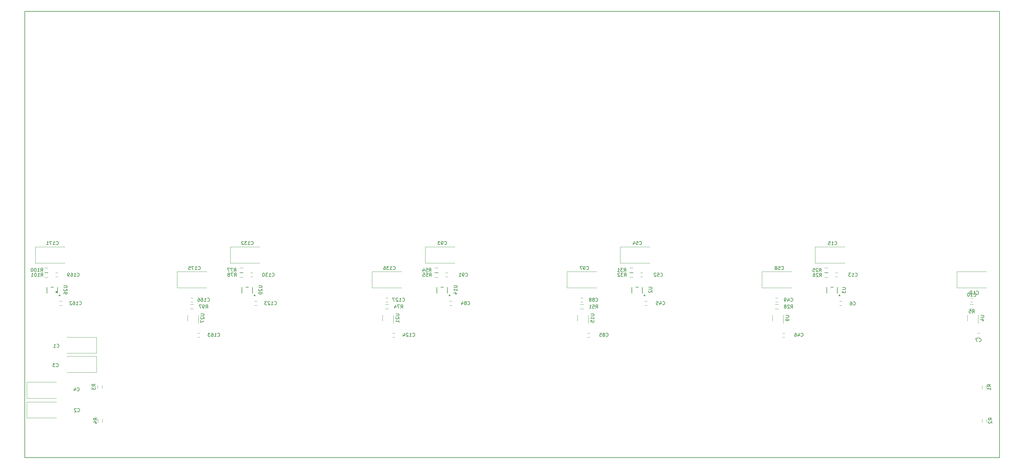
<source format=gbr>
%TF.GenerationSoftware,KiCad,Pcbnew,(5.1.5)-3*%
%TF.CreationDate,2020-04-08T11:38:32+01:00*%
%TF.ProjectId,PLL_v1,504c4c5f-7631-42e6-9b69-6361645f7063,rev?*%
%TF.SameCoordinates,Original*%
%TF.FileFunction,Legend,Bot*%
%TF.FilePolarity,Positive*%
%FSLAX46Y46*%
G04 Gerber Fmt 4.6, Leading zero omitted, Abs format (unit mm)*
G04 Created by KiCad (PCBNEW (5.1.5)-3) date 2020-04-08 11:38:32*
%MOMM*%
%LPD*%
G04 APERTURE LIST*
%ADD10C,0.150000*%
%ADD11C,0.152400*%
%ADD12C,0.120000*%
G04 APERTURE END LIST*
D10*
X345000000Y-169500000D02*
X345000000Y-36500000D01*
X55000000Y-169500000D02*
X345000000Y-169500000D01*
X55000000Y-36500000D02*
X55000000Y-169500000D01*
X345000000Y-36500000D02*
X55000000Y-36500000D01*
D11*
X296760796Y-118679244D02*
X296760796Y-120533244D01*
X294796535Y-118679244D02*
X295571057Y-118679244D01*
X293606796Y-120533244D02*
X293606796Y-118679244D01*
D12*
X76350000Y-133600000D02*
X67550000Y-133600000D01*
X76350000Y-138400000D02*
X67550000Y-138400000D01*
X76350000Y-133600000D02*
X76350000Y-138400000D01*
X55650000Y-157700000D02*
X64450000Y-157700000D01*
X55650000Y-152900000D02*
X64450000Y-152900000D01*
X55650000Y-157700000D02*
X55650000Y-152900000D01*
X76350000Y-139300000D02*
X67550000Y-139300000D01*
X76350000Y-144100000D02*
X67550000Y-144100000D01*
X76350000Y-139300000D02*
X76350000Y-144100000D01*
X55650000Y-151800000D02*
X64450000Y-151800000D01*
X55650000Y-147000000D02*
X64450000Y-147000000D01*
X55650000Y-151800000D02*
X55650000Y-147000000D01*
X298100000Y-122900000D02*
X297400000Y-122900000D01*
X297400000Y-124100000D02*
X298100000Y-124100000D01*
X339100000Y-132400000D02*
X338400000Y-132400000D01*
X338400000Y-133600000D02*
X339100000Y-133600000D01*
X336400000Y-123100000D02*
X337100000Y-123100000D01*
X337100000Y-121900000D02*
X336400000Y-121900000D01*
X296850000Y-114400000D02*
X296150000Y-114400000D01*
X296150000Y-115600000D02*
X296850000Y-115600000D01*
X290158796Y-111506244D02*
X298958796Y-111506244D01*
X290158796Y-106706244D02*
X298958796Y-106706244D01*
X290158796Y-111506244D02*
X290158796Y-106706244D01*
X332350000Y-118900000D02*
X341150000Y-118900000D01*
X332350000Y-114100000D02*
X341150000Y-114100000D01*
X332350000Y-118900000D02*
X332350000Y-114100000D01*
X339820000Y-148000000D02*
X339820000Y-149000000D01*
X341180000Y-149000000D02*
X341180000Y-148000000D01*
X341180000Y-159000000D02*
X341180000Y-158000000D01*
X339820000Y-158000000D02*
X339820000Y-159000000D01*
X76720000Y-147900000D02*
X76720000Y-148900000D01*
X78080000Y-148900000D02*
X78080000Y-147900000D01*
X78180000Y-159000000D02*
X78180000Y-158000000D01*
X76820000Y-158000000D02*
X76820000Y-159000000D01*
X337250000Y-123820000D02*
X336250000Y-123820000D01*
X336250000Y-125180000D02*
X337250000Y-125180000D01*
X335440000Y-128800000D02*
X335440000Y-127000000D01*
X338660000Y-127000000D02*
X338660000Y-129450000D01*
X292933796Y-115786244D02*
X293933796Y-115786244D01*
X293933796Y-114426244D02*
X292933796Y-114426244D01*
X293933796Y-112926244D02*
X292933796Y-112926244D01*
X292933796Y-114286244D02*
X293933796Y-114286244D01*
X240100000Y-122900000D02*
X239400000Y-122900000D01*
X239400000Y-124100000D02*
X240100000Y-124100000D01*
X281100000Y-132400000D02*
X280400000Y-132400000D01*
X280400000Y-133600000D02*
X281100000Y-133600000D01*
X278400000Y-123100000D02*
X279100000Y-123100000D01*
X279100000Y-121900000D02*
X278400000Y-121900000D01*
X238850000Y-114400000D02*
X238150000Y-114400000D01*
X238150000Y-115600000D02*
X238850000Y-115600000D01*
X232158796Y-111506244D02*
X240958796Y-111506244D01*
X232158796Y-106706244D02*
X240958796Y-106706244D01*
X232158796Y-111506244D02*
X232158796Y-106706244D01*
X274350000Y-118900000D02*
X283150000Y-118900000D01*
X274350000Y-114100000D02*
X283150000Y-114100000D01*
X274350000Y-118900000D02*
X274350000Y-114100000D01*
X279250000Y-123820000D02*
X278250000Y-123820000D01*
X278250000Y-125180000D02*
X279250000Y-125180000D01*
X234933796Y-115786244D02*
X235933796Y-115786244D01*
X235933796Y-114426244D02*
X234933796Y-114426244D01*
X235933796Y-112926244D02*
X234933796Y-112926244D01*
X234933796Y-114286244D02*
X235933796Y-114286244D01*
D11*
X238760796Y-118679244D02*
X238760796Y-120533244D01*
X236796535Y-118679244D02*
X237571057Y-118679244D01*
X235606796Y-120533244D02*
X235606796Y-118679244D01*
D12*
X277440000Y-128800000D02*
X277440000Y-127000000D01*
X280660000Y-127000000D02*
X280660000Y-129450000D01*
X182100000Y-122900000D02*
X181400000Y-122900000D01*
X181400000Y-124100000D02*
X182100000Y-124100000D01*
X223100000Y-132400000D02*
X222400000Y-132400000D01*
X222400000Y-133600000D02*
X223100000Y-133600000D01*
X220400000Y-123100000D02*
X221100000Y-123100000D01*
X221100000Y-121900000D02*
X220400000Y-121900000D01*
X180850000Y-114400000D02*
X180150000Y-114400000D01*
X180150000Y-115600000D02*
X180850000Y-115600000D01*
X174158796Y-111506244D02*
X182958796Y-111506244D01*
X174158796Y-106706244D02*
X182958796Y-106706244D01*
X174158796Y-111506244D02*
X174158796Y-106706244D01*
X216350000Y-118900000D02*
X225150000Y-118900000D01*
X216350000Y-114100000D02*
X225150000Y-114100000D01*
X216350000Y-118900000D02*
X216350000Y-114100000D01*
X124100000Y-122900000D02*
X123400000Y-122900000D01*
X123400000Y-124100000D02*
X124100000Y-124100000D01*
X165100000Y-132400000D02*
X164400000Y-132400000D01*
X164400000Y-133600000D02*
X165100000Y-133600000D01*
X162400000Y-123100000D02*
X163100000Y-123100000D01*
X163100000Y-121900000D02*
X162400000Y-121900000D01*
X122850000Y-114400000D02*
X122150000Y-114400000D01*
X122150000Y-115600000D02*
X122850000Y-115600000D01*
X116158796Y-111506244D02*
X124958796Y-111506244D01*
X116158796Y-106706244D02*
X124958796Y-106706244D01*
X116158796Y-111506244D02*
X116158796Y-106706244D01*
X158350000Y-118900000D02*
X167150000Y-118900000D01*
X158350000Y-114100000D02*
X167150000Y-114100000D01*
X158350000Y-118900000D02*
X158350000Y-114100000D01*
X66100000Y-122900000D02*
X65400000Y-122900000D01*
X65400000Y-124100000D02*
X66100000Y-124100000D01*
X107100000Y-132400000D02*
X106400000Y-132400000D01*
X106400000Y-133600000D02*
X107100000Y-133600000D01*
X104400000Y-123100000D02*
X105100000Y-123100000D01*
X105100000Y-121900000D02*
X104400000Y-121900000D01*
X64850000Y-114400000D02*
X64150000Y-114400000D01*
X64150000Y-115600000D02*
X64850000Y-115600000D01*
X58158796Y-111506244D02*
X66958796Y-111506244D01*
X58158796Y-106706244D02*
X66958796Y-106706244D01*
X58158796Y-111506244D02*
X58158796Y-106706244D01*
X100350000Y-118900000D02*
X109150000Y-118900000D01*
X100350000Y-114100000D02*
X109150000Y-114100000D01*
X100350000Y-118900000D02*
X100350000Y-114100000D01*
X221250000Y-123820000D02*
X220250000Y-123820000D01*
X220250000Y-125180000D02*
X221250000Y-125180000D01*
X176933796Y-115786244D02*
X177933796Y-115786244D01*
X177933796Y-114426244D02*
X176933796Y-114426244D01*
X177933796Y-112926244D02*
X176933796Y-112926244D01*
X176933796Y-114286244D02*
X177933796Y-114286244D01*
X163250000Y-123820000D02*
X162250000Y-123820000D01*
X162250000Y-125180000D02*
X163250000Y-125180000D01*
X118933796Y-115786244D02*
X119933796Y-115786244D01*
X119933796Y-114426244D02*
X118933796Y-114426244D01*
X119933796Y-112926244D02*
X118933796Y-112926244D01*
X118933796Y-114286244D02*
X119933796Y-114286244D01*
X105250000Y-123820000D02*
X104250000Y-123820000D01*
X104250000Y-125180000D02*
X105250000Y-125180000D01*
X60933796Y-115786244D02*
X61933796Y-115786244D01*
X61933796Y-114426244D02*
X60933796Y-114426244D01*
X61933796Y-112926244D02*
X60933796Y-112926244D01*
X60933796Y-114286244D02*
X61933796Y-114286244D01*
D11*
X180760796Y-118679244D02*
X180760796Y-120533244D01*
X178796535Y-118679244D02*
X179571057Y-118679244D01*
X177606796Y-120533244D02*
X177606796Y-118679244D01*
D12*
X219440000Y-128800000D02*
X219440000Y-127000000D01*
X222660000Y-127000000D02*
X222660000Y-129450000D01*
D11*
X122760796Y-118679244D02*
X122760796Y-120533244D01*
X120796535Y-118679244D02*
X121571057Y-118679244D01*
X119606796Y-120533244D02*
X119606796Y-118679244D01*
D12*
X161440000Y-128800000D02*
X161440000Y-127000000D01*
X164660000Y-127000000D02*
X164660000Y-129450000D01*
D11*
X64760796Y-118679244D02*
X64760796Y-120533244D01*
X62796535Y-118679244D02*
X63571057Y-118679244D01*
X61606796Y-120533244D02*
X61606796Y-118679244D01*
D12*
X103440000Y-128800000D02*
X103440000Y-127000000D01*
X106660000Y-127000000D02*
X106660000Y-129450000D01*
D10*
X298252380Y-118838095D02*
X299061904Y-118838095D01*
X299157142Y-118885714D01*
X299204761Y-118933333D01*
X299252380Y-119028571D01*
X299252380Y-119219047D01*
X299204761Y-119314285D01*
X299157142Y-119361904D01*
X299061904Y-119409523D01*
X298252380Y-119409523D01*
X298252380Y-119790476D02*
X298252380Y-120409523D01*
X298633333Y-120076190D01*
X298633333Y-120219047D01*
X298680952Y-120314285D01*
X298728571Y-120361904D01*
X298823809Y-120409523D01*
X299061904Y-120409523D01*
X299157142Y-120361904D01*
X299204761Y-120314285D01*
X299252380Y-120219047D01*
X299252380Y-119933333D01*
X299204761Y-119838095D01*
X299157142Y-119790476D01*
X297189176Y-121135244D02*
X297427272Y-121135244D01*
X297332034Y-120897148D02*
X297427272Y-121135244D01*
X297332034Y-121373339D01*
X297617748Y-120992386D02*
X297427272Y-121135244D01*
X297617748Y-121278101D01*
X297189176Y-121135244D02*
X297427272Y-121135244D01*
X297332034Y-120897148D02*
X297427272Y-121135244D01*
X297332034Y-121373339D01*
X297617748Y-120992386D02*
X297427272Y-121135244D01*
X297617748Y-121278101D01*
X64566666Y-136557142D02*
X64614285Y-136604761D01*
X64757142Y-136652380D01*
X64852380Y-136652380D01*
X64995238Y-136604761D01*
X65090476Y-136509523D01*
X65138095Y-136414285D01*
X65185714Y-136223809D01*
X65185714Y-136080952D01*
X65138095Y-135890476D01*
X65090476Y-135795238D01*
X64995238Y-135700000D01*
X64852380Y-135652380D01*
X64757142Y-135652380D01*
X64614285Y-135700000D01*
X64566666Y-135747619D01*
X63614285Y-136652380D02*
X64185714Y-136652380D01*
X63900000Y-136652380D02*
X63900000Y-135652380D01*
X63995238Y-135795238D01*
X64090476Y-135890476D01*
X64185714Y-135938095D01*
X70716666Y-155757142D02*
X70764285Y-155804761D01*
X70907142Y-155852380D01*
X71002380Y-155852380D01*
X71145238Y-155804761D01*
X71240476Y-155709523D01*
X71288095Y-155614285D01*
X71335714Y-155423809D01*
X71335714Y-155280952D01*
X71288095Y-155090476D01*
X71240476Y-154995238D01*
X71145238Y-154900000D01*
X71002380Y-154852380D01*
X70907142Y-154852380D01*
X70764285Y-154900000D01*
X70716666Y-154947619D01*
X70335714Y-154947619D02*
X70288095Y-154900000D01*
X70192857Y-154852380D01*
X69954761Y-154852380D01*
X69859523Y-154900000D01*
X69811904Y-154947619D01*
X69764285Y-155042857D01*
X69764285Y-155138095D01*
X69811904Y-155280952D01*
X70383333Y-155852380D01*
X69764285Y-155852380D01*
X64366666Y-142357142D02*
X64414285Y-142404761D01*
X64557142Y-142452380D01*
X64652380Y-142452380D01*
X64795238Y-142404761D01*
X64890476Y-142309523D01*
X64938095Y-142214285D01*
X64985714Y-142023809D01*
X64985714Y-141880952D01*
X64938095Y-141690476D01*
X64890476Y-141595238D01*
X64795238Y-141500000D01*
X64652380Y-141452380D01*
X64557142Y-141452380D01*
X64414285Y-141500000D01*
X64366666Y-141547619D01*
X64033333Y-141452380D02*
X63414285Y-141452380D01*
X63747619Y-141833333D01*
X63604761Y-141833333D01*
X63509523Y-141880952D01*
X63461904Y-141928571D01*
X63414285Y-142023809D01*
X63414285Y-142261904D01*
X63461904Y-142357142D01*
X63509523Y-142404761D01*
X63604761Y-142452380D01*
X63890476Y-142452380D01*
X63985714Y-142404761D01*
X64033333Y-142357142D01*
X70616666Y-149557142D02*
X70664285Y-149604761D01*
X70807142Y-149652380D01*
X70902380Y-149652380D01*
X71045238Y-149604761D01*
X71140476Y-149509523D01*
X71188095Y-149414285D01*
X71235714Y-149223809D01*
X71235714Y-149080952D01*
X71188095Y-148890476D01*
X71140476Y-148795238D01*
X71045238Y-148700000D01*
X70902380Y-148652380D01*
X70807142Y-148652380D01*
X70664285Y-148700000D01*
X70616666Y-148747619D01*
X69759523Y-148985714D02*
X69759523Y-149652380D01*
X69997619Y-148604761D02*
X70235714Y-149319047D01*
X69616666Y-149319047D01*
X301516666Y-123957142D02*
X301564285Y-124004761D01*
X301707142Y-124052380D01*
X301802380Y-124052380D01*
X301945238Y-124004761D01*
X302040476Y-123909523D01*
X302088095Y-123814285D01*
X302135714Y-123623809D01*
X302135714Y-123480952D01*
X302088095Y-123290476D01*
X302040476Y-123195238D01*
X301945238Y-123100000D01*
X301802380Y-123052380D01*
X301707142Y-123052380D01*
X301564285Y-123100000D01*
X301516666Y-123147619D01*
X300659523Y-123052380D02*
X300850000Y-123052380D01*
X300945238Y-123100000D01*
X300992857Y-123147619D01*
X301088095Y-123290476D01*
X301135714Y-123480952D01*
X301135714Y-123861904D01*
X301088095Y-123957142D01*
X301040476Y-124004761D01*
X300945238Y-124052380D01*
X300754761Y-124052380D01*
X300659523Y-124004761D01*
X300611904Y-123957142D01*
X300564285Y-123861904D01*
X300564285Y-123623809D01*
X300611904Y-123528571D01*
X300659523Y-123480952D01*
X300754761Y-123433333D01*
X300945238Y-123433333D01*
X301040476Y-123480952D01*
X301088095Y-123528571D01*
X301135714Y-123623809D01*
X338916666Y-134857142D02*
X338964285Y-134904761D01*
X339107142Y-134952380D01*
X339202380Y-134952380D01*
X339345238Y-134904761D01*
X339440476Y-134809523D01*
X339488095Y-134714285D01*
X339535714Y-134523809D01*
X339535714Y-134380952D01*
X339488095Y-134190476D01*
X339440476Y-134095238D01*
X339345238Y-134000000D01*
X339202380Y-133952380D01*
X339107142Y-133952380D01*
X338964285Y-134000000D01*
X338916666Y-134047619D01*
X338583333Y-133952380D02*
X337916666Y-133952380D01*
X338345238Y-134952380D01*
X337392857Y-121357142D02*
X337440476Y-121404761D01*
X337583333Y-121452380D01*
X337678571Y-121452380D01*
X337821428Y-121404761D01*
X337916666Y-121309523D01*
X337964285Y-121214285D01*
X338011904Y-121023809D01*
X338011904Y-120880952D01*
X337964285Y-120690476D01*
X337916666Y-120595238D01*
X337821428Y-120500000D01*
X337678571Y-120452380D01*
X337583333Y-120452380D01*
X337440476Y-120500000D01*
X337392857Y-120547619D01*
X336440476Y-121452380D02*
X337011904Y-121452380D01*
X336726190Y-121452380D02*
X336726190Y-120452380D01*
X336821428Y-120595238D01*
X336916666Y-120690476D01*
X337011904Y-120738095D01*
X335821428Y-120452380D02*
X335726190Y-120452380D01*
X335630952Y-120500000D01*
X335583333Y-120547619D01*
X335535714Y-120642857D01*
X335488095Y-120833333D01*
X335488095Y-121071428D01*
X335535714Y-121261904D01*
X335583333Y-121357142D01*
X335630952Y-121404761D01*
X335726190Y-121452380D01*
X335821428Y-121452380D01*
X335916666Y-121404761D01*
X335964285Y-121357142D01*
X336011904Y-121261904D01*
X336059523Y-121071428D01*
X336059523Y-120833333D01*
X336011904Y-120642857D01*
X335964285Y-120547619D01*
X335916666Y-120500000D01*
X335821428Y-120452380D01*
X302092857Y-115407142D02*
X302140476Y-115454761D01*
X302283333Y-115502380D01*
X302378571Y-115502380D01*
X302521428Y-115454761D01*
X302616666Y-115359523D01*
X302664285Y-115264285D01*
X302711904Y-115073809D01*
X302711904Y-114930952D01*
X302664285Y-114740476D01*
X302616666Y-114645238D01*
X302521428Y-114550000D01*
X302378571Y-114502380D01*
X302283333Y-114502380D01*
X302140476Y-114550000D01*
X302092857Y-114597619D01*
X301140476Y-115502380D02*
X301711904Y-115502380D01*
X301426190Y-115502380D02*
X301426190Y-114502380D01*
X301521428Y-114645238D01*
X301616666Y-114740476D01*
X301711904Y-114788095D01*
X300807142Y-114502380D02*
X300188095Y-114502380D01*
X300521428Y-114883333D01*
X300378571Y-114883333D01*
X300283333Y-114930952D01*
X300235714Y-114978571D01*
X300188095Y-115073809D01*
X300188095Y-115311904D01*
X300235714Y-115407142D01*
X300283333Y-115454761D01*
X300378571Y-115502380D01*
X300664285Y-115502380D01*
X300759523Y-115454761D01*
X300807142Y-115407142D01*
X295992857Y-106007142D02*
X296040476Y-106054761D01*
X296183333Y-106102380D01*
X296278571Y-106102380D01*
X296421428Y-106054761D01*
X296516666Y-105959523D01*
X296564285Y-105864285D01*
X296611904Y-105673809D01*
X296611904Y-105530952D01*
X296564285Y-105340476D01*
X296516666Y-105245238D01*
X296421428Y-105150000D01*
X296278571Y-105102380D01*
X296183333Y-105102380D01*
X296040476Y-105150000D01*
X295992857Y-105197619D01*
X295040476Y-106102380D02*
X295611904Y-106102380D01*
X295326190Y-106102380D02*
X295326190Y-105102380D01*
X295421428Y-105245238D01*
X295516666Y-105340476D01*
X295611904Y-105388095D01*
X294135714Y-105102380D02*
X294611904Y-105102380D01*
X294659523Y-105578571D01*
X294611904Y-105530952D01*
X294516666Y-105483333D01*
X294278571Y-105483333D01*
X294183333Y-105530952D01*
X294135714Y-105578571D01*
X294088095Y-105673809D01*
X294088095Y-105911904D01*
X294135714Y-106007142D01*
X294183333Y-106054761D01*
X294278571Y-106102380D01*
X294516666Y-106102380D01*
X294611904Y-106054761D01*
X294659523Y-106007142D01*
X338142857Y-120757142D02*
X338190476Y-120804761D01*
X338333333Y-120852380D01*
X338428571Y-120852380D01*
X338571428Y-120804761D01*
X338666666Y-120709523D01*
X338714285Y-120614285D01*
X338761904Y-120423809D01*
X338761904Y-120280952D01*
X338714285Y-120090476D01*
X338666666Y-119995238D01*
X338571428Y-119900000D01*
X338428571Y-119852380D01*
X338333333Y-119852380D01*
X338190476Y-119900000D01*
X338142857Y-119947619D01*
X337190476Y-120852380D02*
X337761904Y-120852380D01*
X337476190Y-120852380D02*
X337476190Y-119852380D01*
X337571428Y-119995238D01*
X337666666Y-120090476D01*
X337761904Y-120138095D01*
X336714285Y-120852380D02*
X336523809Y-120852380D01*
X336428571Y-120804761D01*
X336380952Y-120757142D01*
X336285714Y-120614285D01*
X336238095Y-120423809D01*
X336238095Y-120042857D01*
X336285714Y-119947619D01*
X336333333Y-119900000D01*
X336428571Y-119852380D01*
X336619047Y-119852380D01*
X336714285Y-119900000D01*
X336761904Y-119947619D01*
X336809523Y-120042857D01*
X336809523Y-120280952D01*
X336761904Y-120376190D01*
X336714285Y-120423809D01*
X336619047Y-120471428D01*
X336428571Y-120471428D01*
X336333333Y-120423809D01*
X336285714Y-120376190D01*
X336238095Y-120280952D01*
X342402380Y-148333333D02*
X341926190Y-148000000D01*
X342402380Y-147761904D02*
X341402380Y-147761904D01*
X341402380Y-148142857D01*
X341450000Y-148238095D01*
X341497619Y-148285714D01*
X341592857Y-148333333D01*
X341735714Y-148333333D01*
X341830952Y-148285714D01*
X341878571Y-148238095D01*
X341926190Y-148142857D01*
X341926190Y-147761904D01*
X342402380Y-149285714D02*
X342402380Y-148714285D01*
X342402380Y-149000000D02*
X341402380Y-149000000D01*
X341545238Y-148904761D01*
X341640476Y-148809523D01*
X341688095Y-148714285D01*
X342752380Y-158333333D02*
X342276190Y-158000000D01*
X342752380Y-157761904D02*
X341752380Y-157761904D01*
X341752380Y-158142857D01*
X341800000Y-158238095D01*
X341847619Y-158285714D01*
X341942857Y-158333333D01*
X342085714Y-158333333D01*
X342180952Y-158285714D01*
X342228571Y-158238095D01*
X342276190Y-158142857D01*
X342276190Y-157761904D01*
X341847619Y-158714285D02*
X341800000Y-158761904D01*
X341752380Y-158857142D01*
X341752380Y-159095238D01*
X341800000Y-159190476D01*
X341847619Y-159238095D01*
X341942857Y-159285714D01*
X342038095Y-159285714D01*
X342180952Y-159238095D01*
X342752380Y-158666666D01*
X342752380Y-159285714D01*
X76052380Y-148233333D02*
X75576190Y-147900000D01*
X76052380Y-147661904D02*
X75052380Y-147661904D01*
X75052380Y-148042857D01*
X75100000Y-148138095D01*
X75147619Y-148185714D01*
X75242857Y-148233333D01*
X75385714Y-148233333D01*
X75480952Y-148185714D01*
X75528571Y-148138095D01*
X75576190Y-148042857D01*
X75576190Y-147661904D01*
X75052380Y-148566666D02*
X75052380Y-149185714D01*
X75433333Y-148852380D01*
X75433333Y-148995238D01*
X75480952Y-149090476D01*
X75528571Y-149138095D01*
X75623809Y-149185714D01*
X75861904Y-149185714D01*
X75957142Y-149138095D01*
X76004761Y-149090476D01*
X76052380Y-148995238D01*
X76052380Y-148709523D01*
X76004761Y-148614285D01*
X75957142Y-148566666D01*
X76502380Y-158333333D02*
X76026190Y-158000000D01*
X76502380Y-157761904D02*
X75502380Y-157761904D01*
X75502380Y-158142857D01*
X75550000Y-158238095D01*
X75597619Y-158285714D01*
X75692857Y-158333333D01*
X75835714Y-158333333D01*
X75930952Y-158285714D01*
X75978571Y-158238095D01*
X76026190Y-158142857D01*
X76026190Y-157761904D01*
X75835714Y-159190476D02*
X76502380Y-159190476D01*
X75454761Y-158952380D02*
X76169047Y-158714285D01*
X76169047Y-159333333D01*
X336916666Y-126402380D02*
X337250000Y-125926190D01*
X337488095Y-126402380D02*
X337488095Y-125402380D01*
X337107142Y-125402380D01*
X337011904Y-125450000D01*
X336964285Y-125497619D01*
X336916666Y-125592857D01*
X336916666Y-125735714D01*
X336964285Y-125830952D01*
X337011904Y-125878571D01*
X337107142Y-125926190D01*
X337488095Y-125926190D01*
X336011904Y-125402380D02*
X336488095Y-125402380D01*
X336535714Y-125878571D01*
X336488095Y-125830952D01*
X336392857Y-125783333D01*
X336154761Y-125783333D01*
X336059523Y-125830952D01*
X336011904Y-125878571D01*
X335964285Y-125973809D01*
X335964285Y-126211904D01*
X336011904Y-126307142D01*
X336059523Y-126354761D01*
X336154761Y-126402380D01*
X336392857Y-126402380D01*
X336488095Y-126354761D01*
X336535714Y-126307142D01*
X339402380Y-127138095D02*
X340211904Y-127138095D01*
X340307142Y-127185714D01*
X340354761Y-127233333D01*
X340402380Y-127328571D01*
X340402380Y-127519047D01*
X340354761Y-127614285D01*
X340307142Y-127661904D01*
X340211904Y-127709523D01*
X339402380Y-127709523D01*
X339735714Y-128614285D02*
X340402380Y-128614285D01*
X339354761Y-128376190D02*
X340069047Y-128138095D01*
X340069047Y-128757142D01*
X291342857Y-114102380D02*
X291676190Y-113626190D01*
X291914285Y-114102380D02*
X291914285Y-113102380D01*
X291533333Y-113102380D01*
X291438095Y-113150000D01*
X291390476Y-113197619D01*
X291342857Y-113292857D01*
X291342857Y-113435714D01*
X291390476Y-113530952D01*
X291438095Y-113578571D01*
X291533333Y-113626190D01*
X291914285Y-113626190D01*
X290961904Y-113197619D02*
X290914285Y-113150000D01*
X290819047Y-113102380D01*
X290580952Y-113102380D01*
X290485714Y-113150000D01*
X290438095Y-113197619D01*
X290390476Y-113292857D01*
X290390476Y-113388095D01*
X290438095Y-113530952D01*
X291009523Y-114102380D01*
X290390476Y-114102380D01*
X289485714Y-113102380D02*
X289961904Y-113102380D01*
X290009523Y-113578571D01*
X289961904Y-113530952D01*
X289866666Y-113483333D01*
X289628571Y-113483333D01*
X289533333Y-113530952D01*
X289485714Y-113578571D01*
X289438095Y-113673809D01*
X289438095Y-113911904D01*
X289485714Y-114007142D01*
X289533333Y-114054761D01*
X289628571Y-114102380D01*
X289866666Y-114102380D01*
X289961904Y-114054761D01*
X290009523Y-114007142D01*
X291442857Y-115552380D02*
X291776190Y-115076190D01*
X292014285Y-115552380D02*
X292014285Y-114552380D01*
X291633333Y-114552380D01*
X291538095Y-114600000D01*
X291490476Y-114647619D01*
X291442857Y-114742857D01*
X291442857Y-114885714D01*
X291490476Y-114980952D01*
X291538095Y-115028571D01*
X291633333Y-115076190D01*
X292014285Y-115076190D01*
X291061904Y-114647619D02*
X291014285Y-114600000D01*
X290919047Y-114552380D01*
X290680952Y-114552380D01*
X290585714Y-114600000D01*
X290538095Y-114647619D01*
X290490476Y-114742857D01*
X290490476Y-114838095D01*
X290538095Y-114980952D01*
X291109523Y-115552380D01*
X290490476Y-115552380D01*
X289633333Y-114552380D02*
X289823809Y-114552380D01*
X289919047Y-114600000D01*
X289966666Y-114647619D01*
X290061904Y-114790476D01*
X290109523Y-114980952D01*
X290109523Y-115361904D01*
X290061904Y-115457142D01*
X290014285Y-115504761D01*
X289919047Y-115552380D01*
X289728571Y-115552380D01*
X289633333Y-115504761D01*
X289585714Y-115457142D01*
X289538095Y-115361904D01*
X289538095Y-115123809D01*
X289585714Y-115028571D01*
X289633333Y-114980952D01*
X289728571Y-114933333D01*
X289919047Y-114933333D01*
X290014285Y-114980952D01*
X290061904Y-115028571D01*
X290109523Y-115123809D01*
X244792857Y-123857142D02*
X244840476Y-123904761D01*
X244983333Y-123952380D01*
X245078571Y-123952380D01*
X245221428Y-123904761D01*
X245316666Y-123809523D01*
X245364285Y-123714285D01*
X245411904Y-123523809D01*
X245411904Y-123380952D01*
X245364285Y-123190476D01*
X245316666Y-123095238D01*
X245221428Y-123000000D01*
X245078571Y-122952380D01*
X244983333Y-122952380D01*
X244840476Y-123000000D01*
X244792857Y-123047619D01*
X243935714Y-123285714D02*
X243935714Y-123952380D01*
X244173809Y-122904761D02*
X244411904Y-123619047D01*
X243792857Y-123619047D01*
X242935714Y-122952380D02*
X243411904Y-122952380D01*
X243459523Y-123428571D01*
X243411904Y-123380952D01*
X243316666Y-123333333D01*
X243078571Y-123333333D01*
X242983333Y-123380952D01*
X242935714Y-123428571D01*
X242888095Y-123523809D01*
X242888095Y-123761904D01*
X242935714Y-123857142D01*
X242983333Y-123904761D01*
X243078571Y-123952380D01*
X243316666Y-123952380D01*
X243411904Y-123904761D01*
X243459523Y-123857142D01*
X285942857Y-133307142D02*
X285990476Y-133354761D01*
X286133333Y-133402380D01*
X286228571Y-133402380D01*
X286371428Y-133354761D01*
X286466666Y-133259523D01*
X286514285Y-133164285D01*
X286561904Y-132973809D01*
X286561904Y-132830952D01*
X286514285Y-132640476D01*
X286466666Y-132545238D01*
X286371428Y-132450000D01*
X286228571Y-132402380D01*
X286133333Y-132402380D01*
X285990476Y-132450000D01*
X285942857Y-132497619D01*
X285085714Y-132735714D02*
X285085714Y-133402380D01*
X285323809Y-132354761D02*
X285561904Y-133069047D01*
X284942857Y-133069047D01*
X284133333Y-132402380D02*
X284323809Y-132402380D01*
X284419047Y-132450000D01*
X284466666Y-132497619D01*
X284561904Y-132640476D01*
X284609523Y-132830952D01*
X284609523Y-133211904D01*
X284561904Y-133307142D01*
X284514285Y-133354761D01*
X284419047Y-133402380D01*
X284228571Y-133402380D01*
X284133333Y-133354761D01*
X284085714Y-133307142D01*
X284038095Y-133211904D01*
X284038095Y-132973809D01*
X284085714Y-132878571D01*
X284133333Y-132830952D01*
X284228571Y-132783333D01*
X284419047Y-132783333D01*
X284514285Y-132830952D01*
X284561904Y-132878571D01*
X284609523Y-132973809D01*
X282892857Y-122857142D02*
X282940476Y-122904761D01*
X283083333Y-122952380D01*
X283178571Y-122952380D01*
X283321428Y-122904761D01*
X283416666Y-122809523D01*
X283464285Y-122714285D01*
X283511904Y-122523809D01*
X283511904Y-122380952D01*
X283464285Y-122190476D01*
X283416666Y-122095238D01*
X283321428Y-122000000D01*
X283178571Y-121952380D01*
X283083333Y-121952380D01*
X282940476Y-122000000D01*
X282892857Y-122047619D01*
X282035714Y-122285714D02*
X282035714Y-122952380D01*
X282273809Y-121904761D02*
X282511904Y-122619047D01*
X281892857Y-122619047D01*
X281464285Y-122952380D02*
X281273809Y-122952380D01*
X281178571Y-122904761D01*
X281130952Y-122857142D01*
X281035714Y-122714285D01*
X280988095Y-122523809D01*
X280988095Y-122142857D01*
X281035714Y-122047619D01*
X281083333Y-122000000D01*
X281178571Y-121952380D01*
X281369047Y-121952380D01*
X281464285Y-122000000D01*
X281511904Y-122047619D01*
X281559523Y-122142857D01*
X281559523Y-122380952D01*
X281511904Y-122476190D01*
X281464285Y-122523809D01*
X281369047Y-122571428D01*
X281178571Y-122571428D01*
X281083333Y-122523809D01*
X281035714Y-122476190D01*
X280988095Y-122380952D01*
X244142857Y-115407142D02*
X244190476Y-115454761D01*
X244333333Y-115502380D01*
X244428571Y-115502380D01*
X244571428Y-115454761D01*
X244666666Y-115359523D01*
X244714285Y-115264285D01*
X244761904Y-115073809D01*
X244761904Y-114930952D01*
X244714285Y-114740476D01*
X244666666Y-114645238D01*
X244571428Y-114550000D01*
X244428571Y-114502380D01*
X244333333Y-114502380D01*
X244190476Y-114550000D01*
X244142857Y-114597619D01*
X243238095Y-114502380D02*
X243714285Y-114502380D01*
X243761904Y-114978571D01*
X243714285Y-114930952D01*
X243619047Y-114883333D01*
X243380952Y-114883333D01*
X243285714Y-114930952D01*
X243238095Y-114978571D01*
X243190476Y-115073809D01*
X243190476Y-115311904D01*
X243238095Y-115407142D01*
X243285714Y-115454761D01*
X243380952Y-115502380D01*
X243619047Y-115502380D01*
X243714285Y-115454761D01*
X243761904Y-115407142D01*
X242809523Y-114597619D02*
X242761904Y-114550000D01*
X242666666Y-114502380D01*
X242428571Y-114502380D01*
X242333333Y-114550000D01*
X242285714Y-114597619D01*
X242238095Y-114692857D01*
X242238095Y-114788095D01*
X242285714Y-114930952D01*
X242857142Y-115502380D01*
X242238095Y-115502380D01*
X237892857Y-105957142D02*
X237940476Y-106004761D01*
X238083333Y-106052380D01*
X238178571Y-106052380D01*
X238321428Y-106004761D01*
X238416666Y-105909523D01*
X238464285Y-105814285D01*
X238511904Y-105623809D01*
X238511904Y-105480952D01*
X238464285Y-105290476D01*
X238416666Y-105195238D01*
X238321428Y-105100000D01*
X238178571Y-105052380D01*
X238083333Y-105052380D01*
X237940476Y-105100000D01*
X237892857Y-105147619D01*
X236988095Y-105052380D02*
X237464285Y-105052380D01*
X237511904Y-105528571D01*
X237464285Y-105480952D01*
X237369047Y-105433333D01*
X237130952Y-105433333D01*
X237035714Y-105480952D01*
X236988095Y-105528571D01*
X236940476Y-105623809D01*
X236940476Y-105861904D01*
X236988095Y-105957142D01*
X237035714Y-106004761D01*
X237130952Y-106052380D01*
X237369047Y-106052380D01*
X237464285Y-106004761D01*
X237511904Y-105957142D01*
X236083333Y-105385714D02*
X236083333Y-106052380D01*
X236321428Y-105004761D02*
X236559523Y-105719047D01*
X235940476Y-105719047D01*
X280142857Y-113407142D02*
X280190476Y-113454761D01*
X280333333Y-113502380D01*
X280428571Y-113502380D01*
X280571428Y-113454761D01*
X280666666Y-113359523D01*
X280714285Y-113264285D01*
X280761904Y-113073809D01*
X280761904Y-112930952D01*
X280714285Y-112740476D01*
X280666666Y-112645238D01*
X280571428Y-112550000D01*
X280428571Y-112502380D01*
X280333333Y-112502380D01*
X280190476Y-112550000D01*
X280142857Y-112597619D01*
X279238095Y-112502380D02*
X279714285Y-112502380D01*
X279761904Y-112978571D01*
X279714285Y-112930952D01*
X279619047Y-112883333D01*
X279380952Y-112883333D01*
X279285714Y-112930952D01*
X279238095Y-112978571D01*
X279190476Y-113073809D01*
X279190476Y-113311904D01*
X279238095Y-113407142D01*
X279285714Y-113454761D01*
X279380952Y-113502380D01*
X279619047Y-113502380D01*
X279714285Y-113454761D01*
X279761904Y-113407142D01*
X278619047Y-112930952D02*
X278714285Y-112883333D01*
X278761904Y-112835714D01*
X278809523Y-112740476D01*
X278809523Y-112692857D01*
X278761904Y-112597619D01*
X278714285Y-112550000D01*
X278619047Y-112502380D01*
X278428571Y-112502380D01*
X278333333Y-112550000D01*
X278285714Y-112597619D01*
X278238095Y-112692857D01*
X278238095Y-112740476D01*
X278285714Y-112835714D01*
X278333333Y-112883333D01*
X278428571Y-112930952D01*
X278619047Y-112930952D01*
X278714285Y-112978571D01*
X278761904Y-113026190D01*
X278809523Y-113121428D01*
X278809523Y-113311904D01*
X278761904Y-113407142D01*
X278714285Y-113454761D01*
X278619047Y-113502380D01*
X278428571Y-113502380D01*
X278333333Y-113454761D01*
X278285714Y-113407142D01*
X278238095Y-113311904D01*
X278238095Y-113121428D01*
X278285714Y-113026190D01*
X278333333Y-112978571D01*
X278428571Y-112930952D01*
X282892857Y-125002380D02*
X283226190Y-124526190D01*
X283464285Y-125002380D02*
X283464285Y-124002380D01*
X283083333Y-124002380D01*
X282988095Y-124050000D01*
X282940476Y-124097619D01*
X282892857Y-124192857D01*
X282892857Y-124335714D01*
X282940476Y-124430952D01*
X282988095Y-124478571D01*
X283083333Y-124526190D01*
X283464285Y-124526190D01*
X282511904Y-124097619D02*
X282464285Y-124050000D01*
X282369047Y-124002380D01*
X282130952Y-124002380D01*
X282035714Y-124050000D01*
X281988095Y-124097619D01*
X281940476Y-124192857D01*
X281940476Y-124288095D01*
X281988095Y-124430952D01*
X282559523Y-125002380D01*
X281940476Y-125002380D01*
X281369047Y-124430952D02*
X281464285Y-124383333D01*
X281511904Y-124335714D01*
X281559523Y-124240476D01*
X281559523Y-124192857D01*
X281511904Y-124097619D01*
X281464285Y-124050000D01*
X281369047Y-124002380D01*
X281178571Y-124002380D01*
X281083333Y-124050000D01*
X281035714Y-124097619D01*
X280988095Y-124192857D01*
X280988095Y-124240476D01*
X281035714Y-124335714D01*
X281083333Y-124383333D01*
X281178571Y-124430952D01*
X281369047Y-124430952D01*
X281464285Y-124478571D01*
X281511904Y-124526190D01*
X281559523Y-124621428D01*
X281559523Y-124811904D01*
X281511904Y-124907142D01*
X281464285Y-124954761D01*
X281369047Y-125002380D01*
X281178571Y-125002380D01*
X281083333Y-124954761D01*
X281035714Y-124907142D01*
X280988095Y-124811904D01*
X280988095Y-124621428D01*
X281035714Y-124526190D01*
X281083333Y-124478571D01*
X281178571Y-124430952D01*
X233292857Y-114052380D02*
X233626190Y-113576190D01*
X233864285Y-114052380D02*
X233864285Y-113052380D01*
X233483333Y-113052380D01*
X233388095Y-113100000D01*
X233340476Y-113147619D01*
X233292857Y-113242857D01*
X233292857Y-113385714D01*
X233340476Y-113480952D01*
X233388095Y-113528571D01*
X233483333Y-113576190D01*
X233864285Y-113576190D01*
X232959523Y-113052380D02*
X232340476Y-113052380D01*
X232673809Y-113433333D01*
X232530952Y-113433333D01*
X232435714Y-113480952D01*
X232388095Y-113528571D01*
X232340476Y-113623809D01*
X232340476Y-113861904D01*
X232388095Y-113957142D01*
X232435714Y-114004761D01*
X232530952Y-114052380D01*
X232816666Y-114052380D01*
X232911904Y-114004761D01*
X232959523Y-113957142D01*
X231388095Y-114052380D02*
X231959523Y-114052380D01*
X231673809Y-114052380D02*
X231673809Y-113052380D01*
X231769047Y-113195238D01*
X231864285Y-113290476D01*
X231959523Y-113338095D01*
X233342857Y-115508624D02*
X233676190Y-115032434D01*
X233914285Y-115508624D02*
X233914285Y-114508624D01*
X233533333Y-114508624D01*
X233438095Y-114556244D01*
X233390476Y-114603863D01*
X233342857Y-114699101D01*
X233342857Y-114841958D01*
X233390476Y-114937196D01*
X233438095Y-114984815D01*
X233533333Y-115032434D01*
X233914285Y-115032434D01*
X233009523Y-114508624D02*
X232390476Y-114508624D01*
X232723809Y-114889577D01*
X232580952Y-114889577D01*
X232485714Y-114937196D01*
X232438095Y-114984815D01*
X232390476Y-115080053D01*
X232390476Y-115318148D01*
X232438095Y-115413386D01*
X232485714Y-115461005D01*
X232580952Y-115508624D01*
X232866666Y-115508624D01*
X232961904Y-115461005D01*
X233009523Y-115413386D01*
X232009523Y-114603863D02*
X231961904Y-114556244D01*
X231866666Y-114508624D01*
X231628571Y-114508624D01*
X231533333Y-114556244D01*
X231485714Y-114603863D01*
X231438095Y-114699101D01*
X231438095Y-114794339D01*
X231485714Y-114937196D01*
X232057142Y-115508624D01*
X231438095Y-115508624D01*
X240652380Y-118738095D02*
X241461904Y-118738095D01*
X241557142Y-118785714D01*
X241604761Y-118833333D01*
X241652380Y-118928571D01*
X241652380Y-119119047D01*
X241604761Y-119214285D01*
X241557142Y-119261904D01*
X241461904Y-119309523D01*
X240652380Y-119309523D01*
X240747619Y-119738095D02*
X240700000Y-119785714D01*
X240652380Y-119880952D01*
X240652380Y-120119047D01*
X240700000Y-120214285D01*
X240747619Y-120261904D01*
X240842857Y-120309523D01*
X240938095Y-120309523D01*
X241080952Y-120261904D01*
X241652380Y-119690476D01*
X241652380Y-120309523D01*
X239189176Y-121135244D02*
X239427272Y-121135244D01*
X239332034Y-120897148D02*
X239427272Y-121135244D01*
X239332034Y-121373339D01*
X239617748Y-120992386D02*
X239427272Y-121135244D01*
X239617748Y-121278101D01*
X239189176Y-121135244D02*
X239427272Y-121135244D01*
X239332034Y-120897148D02*
X239427272Y-121135244D01*
X239332034Y-121373339D01*
X239617748Y-120992386D02*
X239427272Y-121135244D01*
X239617748Y-121278101D01*
X281402380Y-127138095D02*
X282211904Y-127138095D01*
X282307142Y-127185714D01*
X282354761Y-127233333D01*
X282402380Y-127328571D01*
X282402380Y-127519047D01*
X282354761Y-127614285D01*
X282307142Y-127661904D01*
X282211904Y-127709523D01*
X281402380Y-127709523D01*
X282402380Y-128233333D02*
X282402380Y-128423809D01*
X282354761Y-128519047D01*
X282307142Y-128566666D01*
X282164285Y-128661904D01*
X281973809Y-128709523D01*
X281592857Y-128709523D01*
X281497619Y-128661904D01*
X281450000Y-128614285D01*
X281402380Y-128519047D01*
X281402380Y-128328571D01*
X281450000Y-128233333D01*
X281497619Y-128185714D01*
X281592857Y-128138095D01*
X281830952Y-128138095D01*
X281926190Y-128185714D01*
X281973809Y-128233333D01*
X282021428Y-128328571D01*
X282021428Y-128519047D01*
X281973809Y-128614285D01*
X281926190Y-128661904D01*
X281830952Y-128709523D01*
X186792857Y-123857142D02*
X186840476Y-123904761D01*
X186983333Y-123952380D01*
X187078571Y-123952380D01*
X187221428Y-123904761D01*
X187316666Y-123809523D01*
X187364285Y-123714285D01*
X187411904Y-123523809D01*
X187411904Y-123380952D01*
X187364285Y-123190476D01*
X187316666Y-123095238D01*
X187221428Y-123000000D01*
X187078571Y-122952380D01*
X186983333Y-122952380D01*
X186840476Y-123000000D01*
X186792857Y-123047619D01*
X186221428Y-123380952D02*
X186316666Y-123333333D01*
X186364285Y-123285714D01*
X186411904Y-123190476D01*
X186411904Y-123142857D01*
X186364285Y-123047619D01*
X186316666Y-123000000D01*
X186221428Y-122952380D01*
X186030952Y-122952380D01*
X185935714Y-123000000D01*
X185888095Y-123047619D01*
X185840476Y-123142857D01*
X185840476Y-123190476D01*
X185888095Y-123285714D01*
X185935714Y-123333333D01*
X186030952Y-123380952D01*
X186221428Y-123380952D01*
X186316666Y-123428571D01*
X186364285Y-123476190D01*
X186411904Y-123571428D01*
X186411904Y-123761904D01*
X186364285Y-123857142D01*
X186316666Y-123904761D01*
X186221428Y-123952380D01*
X186030952Y-123952380D01*
X185935714Y-123904761D01*
X185888095Y-123857142D01*
X185840476Y-123761904D01*
X185840476Y-123571428D01*
X185888095Y-123476190D01*
X185935714Y-123428571D01*
X186030952Y-123380952D01*
X184983333Y-123285714D02*
X184983333Y-123952380D01*
X185221428Y-122904761D02*
X185459523Y-123619047D01*
X184840476Y-123619047D01*
X227942857Y-133307142D02*
X227990476Y-133354761D01*
X228133333Y-133402380D01*
X228228571Y-133402380D01*
X228371428Y-133354761D01*
X228466666Y-133259523D01*
X228514285Y-133164285D01*
X228561904Y-132973809D01*
X228561904Y-132830952D01*
X228514285Y-132640476D01*
X228466666Y-132545238D01*
X228371428Y-132450000D01*
X228228571Y-132402380D01*
X228133333Y-132402380D01*
X227990476Y-132450000D01*
X227942857Y-132497619D01*
X227371428Y-132830952D02*
X227466666Y-132783333D01*
X227514285Y-132735714D01*
X227561904Y-132640476D01*
X227561904Y-132592857D01*
X227514285Y-132497619D01*
X227466666Y-132450000D01*
X227371428Y-132402380D01*
X227180952Y-132402380D01*
X227085714Y-132450000D01*
X227038095Y-132497619D01*
X226990476Y-132592857D01*
X226990476Y-132640476D01*
X227038095Y-132735714D01*
X227085714Y-132783333D01*
X227180952Y-132830952D01*
X227371428Y-132830952D01*
X227466666Y-132878571D01*
X227514285Y-132926190D01*
X227561904Y-133021428D01*
X227561904Y-133211904D01*
X227514285Y-133307142D01*
X227466666Y-133354761D01*
X227371428Y-133402380D01*
X227180952Y-133402380D01*
X227085714Y-133354761D01*
X227038095Y-133307142D01*
X226990476Y-133211904D01*
X226990476Y-133021428D01*
X227038095Y-132926190D01*
X227085714Y-132878571D01*
X227180952Y-132830952D01*
X226085714Y-132402380D02*
X226561904Y-132402380D01*
X226609523Y-132878571D01*
X226561904Y-132830952D01*
X226466666Y-132783333D01*
X226228571Y-132783333D01*
X226133333Y-132830952D01*
X226085714Y-132878571D01*
X226038095Y-132973809D01*
X226038095Y-133211904D01*
X226085714Y-133307142D01*
X226133333Y-133354761D01*
X226228571Y-133402380D01*
X226466666Y-133402380D01*
X226561904Y-133354761D01*
X226609523Y-133307142D01*
X224892857Y-122857142D02*
X224940476Y-122904761D01*
X225083333Y-122952380D01*
X225178571Y-122952380D01*
X225321428Y-122904761D01*
X225416666Y-122809523D01*
X225464285Y-122714285D01*
X225511904Y-122523809D01*
X225511904Y-122380952D01*
X225464285Y-122190476D01*
X225416666Y-122095238D01*
X225321428Y-122000000D01*
X225178571Y-121952380D01*
X225083333Y-121952380D01*
X224940476Y-122000000D01*
X224892857Y-122047619D01*
X224321428Y-122380952D02*
X224416666Y-122333333D01*
X224464285Y-122285714D01*
X224511904Y-122190476D01*
X224511904Y-122142857D01*
X224464285Y-122047619D01*
X224416666Y-122000000D01*
X224321428Y-121952380D01*
X224130952Y-121952380D01*
X224035714Y-122000000D01*
X223988095Y-122047619D01*
X223940476Y-122142857D01*
X223940476Y-122190476D01*
X223988095Y-122285714D01*
X224035714Y-122333333D01*
X224130952Y-122380952D01*
X224321428Y-122380952D01*
X224416666Y-122428571D01*
X224464285Y-122476190D01*
X224511904Y-122571428D01*
X224511904Y-122761904D01*
X224464285Y-122857142D01*
X224416666Y-122904761D01*
X224321428Y-122952380D01*
X224130952Y-122952380D01*
X224035714Y-122904761D01*
X223988095Y-122857142D01*
X223940476Y-122761904D01*
X223940476Y-122571428D01*
X223988095Y-122476190D01*
X224035714Y-122428571D01*
X224130952Y-122380952D01*
X223369047Y-122380952D02*
X223464285Y-122333333D01*
X223511904Y-122285714D01*
X223559523Y-122190476D01*
X223559523Y-122142857D01*
X223511904Y-122047619D01*
X223464285Y-122000000D01*
X223369047Y-121952380D01*
X223178571Y-121952380D01*
X223083333Y-122000000D01*
X223035714Y-122047619D01*
X222988095Y-122142857D01*
X222988095Y-122190476D01*
X223035714Y-122285714D01*
X223083333Y-122333333D01*
X223178571Y-122380952D01*
X223369047Y-122380952D01*
X223464285Y-122428571D01*
X223511904Y-122476190D01*
X223559523Y-122571428D01*
X223559523Y-122761904D01*
X223511904Y-122857142D01*
X223464285Y-122904761D01*
X223369047Y-122952380D01*
X223178571Y-122952380D01*
X223083333Y-122904761D01*
X223035714Y-122857142D01*
X222988095Y-122761904D01*
X222988095Y-122571428D01*
X223035714Y-122476190D01*
X223083333Y-122428571D01*
X223178571Y-122380952D01*
X186142857Y-115407142D02*
X186190476Y-115454761D01*
X186333333Y-115502380D01*
X186428571Y-115502380D01*
X186571428Y-115454761D01*
X186666666Y-115359523D01*
X186714285Y-115264285D01*
X186761904Y-115073809D01*
X186761904Y-114930952D01*
X186714285Y-114740476D01*
X186666666Y-114645238D01*
X186571428Y-114550000D01*
X186428571Y-114502380D01*
X186333333Y-114502380D01*
X186190476Y-114550000D01*
X186142857Y-114597619D01*
X185666666Y-115502380D02*
X185476190Y-115502380D01*
X185380952Y-115454761D01*
X185333333Y-115407142D01*
X185238095Y-115264285D01*
X185190476Y-115073809D01*
X185190476Y-114692857D01*
X185238095Y-114597619D01*
X185285714Y-114550000D01*
X185380952Y-114502380D01*
X185571428Y-114502380D01*
X185666666Y-114550000D01*
X185714285Y-114597619D01*
X185761904Y-114692857D01*
X185761904Y-114930952D01*
X185714285Y-115026190D01*
X185666666Y-115073809D01*
X185571428Y-115121428D01*
X185380952Y-115121428D01*
X185285714Y-115073809D01*
X185238095Y-115026190D01*
X185190476Y-114930952D01*
X184238095Y-115502380D02*
X184809523Y-115502380D01*
X184523809Y-115502380D02*
X184523809Y-114502380D01*
X184619047Y-114645238D01*
X184714285Y-114740476D01*
X184809523Y-114788095D01*
X179892857Y-105957142D02*
X179940476Y-106004761D01*
X180083333Y-106052380D01*
X180178571Y-106052380D01*
X180321428Y-106004761D01*
X180416666Y-105909523D01*
X180464285Y-105814285D01*
X180511904Y-105623809D01*
X180511904Y-105480952D01*
X180464285Y-105290476D01*
X180416666Y-105195238D01*
X180321428Y-105100000D01*
X180178571Y-105052380D01*
X180083333Y-105052380D01*
X179940476Y-105100000D01*
X179892857Y-105147619D01*
X179416666Y-106052380D02*
X179226190Y-106052380D01*
X179130952Y-106004761D01*
X179083333Y-105957142D01*
X178988095Y-105814285D01*
X178940476Y-105623809D01*
X178940476Y-105242857D01*
X178988095Y-105147619D01*
X179035714Y-105100000D01*
X179130952Y-105052380D01*
X179321428Y-105052380D01*
X179416666Y-105100000D01*
X179464285Y-105147619D01*
X179511904Y-105242857D01*
X179511904Y-105480952D01*
X179464285Y-105576190D01*
X179416666Y-105623809D01*
X179321428Y-105671428D01*
X179130952Y-105671428D01*
X179035714Y-105623809D01*
X178988095Y-105576190D01*
X178940476Y-105480952D01*
X178607142Y-105052380D02*
X177988095Y-105052380D01*
X178321428Y-105433333D01*
X178178571Y-105433333D01*
X178083333Y-105480952D01*
X178035714Y-105528571D01*
X177988095Y-105623809D01*
X177988095Y-105861904D01*
X178035714Y-105957142D01*
X178083333Y-106004761D01*
X178178571Y-106052380D01*
X178464285Y-106052380D01*
X178559523Y-106004761D01*
X178607142Y-105957142D01*
X222142857Y-113407142D02*
X222190476Y-113454761D01*
X222333333Y-113502380D01*
X222428571Y-113502380D01*
X222571428Y-113454761D01*
X222666666Y-113359523D01*
X222714285Y-113264285D01*
X222761904Y-113073809D01*
X222761904Y-112930952D01*
X222714285Y-112740476D01*
X222666666Y-112645238D01*
X222571428Y-112550000D01*
X222428571Y-112502380D01*
X222333333Y-112502380D01*
X222190476Y-112550000D01*
X222142857Y-112597619D01*
X221666666Y-113502380D02*
X221476190Y-113502380D01*
X221380952Y-113454761D01*
X221333333Y-113407142D01*
X221238095Y-113264285D01*
X221190476Y-113073809D01*
X221190476Y-112692857D01*
X221238095Y-112597619D01*
X221285714Y-112550000D01*
X221380952Y-112502380D01*
X221571428Y-112502380D01*
X221666666Y-112550000D01*
X221714285Y-112597619D01*
X221761904Y-112692857D01*
X221761904Y-112930952D01*
X221714285Y-113026190D01*
X221666666Y-113073809D01*
X221571428Y-113121428D01*
X221380952Y-113121428D01*
X221285714Y-113073809D01*
X221238095Y-113026190D01*
X221190476Y-112930952D01*
X220857142Y-112502380D02*
X220190476Y-112502380D01*
X220619047Y-113502380D01*
X129269047Y-123857142D02*
X129316666Y-123904761D01*
X129459523Y-123952380D01*
X129554761Y-123952380D01*
X129697619Y-123904761D01*
X129792857Y-123809523D01*
X129840476Y-123714285D01*
X129888095Y-123523809D01*
X129888095Y-123380952D01*
X129840476Y-123190476D01*
X129792857Y-123095238D01*
X129697619Y-123000000D01*
X129554761Y-122952380D01*
X129459523Y-122952380D01*
X129316666Y-123000000D01*
X129269047Y-123047619D01*
X128316666Y-123952380D02*
X128888095Y-123952380D01*
X128602380Y-123952380D02*
X128602380Y-122952380D01*
X128697619Y-123095238D01*
X128792857Y-123190476D01*
X128888095Y-123238095D01*
X127935714Y-123047619D02*
X127888095Y-123000000D01*
X127792857Y-122952380D01*
X127554761Y-122952380D01*
X127459523Y-123000000D01*
X127411904Y-123047619D01*
X127364285Y-123142857D01*
X127364285Y-123238095D01*
X127411904Y-123380952D01*
X127983333Y-123952380D01*
X127364285Y-123952380D01*
X127030952Y-122952380D02*
X126411904Y-122952380D01*
X126745238Y-123333333D01*
X126602380Y-123333333D01*
X126507142Y-123380952D01*
X126459523Y-123428571D01*
X126411904Y-123523809D01*
X126411904Y-123761904D01*
X126459523Y-123857142D01*
X126507142Y-123904761D01*
X126602380Y-123952380D01*
X126888095Y-123952380D01*
X126983333Y-123904761D01*
X127030952Y-123857142D01*
X170419047Y-133307142D02*
X170466666Y-133354761D01*
X170609523Y-133402380D01*
X170704761Y-133402380D01*
X170847619Y-133354761D01*
X170942857Y-133259523D01*
X170990476Y-133164285D01*
X171038095Y-132973809D01*
X171038095Y-132830952D01*
X170990476Y-132640476D01*
X170942857Y-132545238D01*
X170847619Y-132450000D01*
X170704761Y-132402380D01*
X170609523Y-132402380D01*
X170466666Y-132450000D01*
X170419047Y-132497619D01*
X169466666Y-133402380D02*
X170038095Y-133402380D01*
X169752380Y-133402380D02*
X169752380Y-132402380D01*
X169847619Y-132545238D01*
X169942857Y-132640476D01*
X170038095Y-132688095D01*
X169085714Y-132497619D02*
X169038095Y-132450000D01*
X168942857Y-132402380D01*
X168704761Y-132402380D01*
X168609523Y-132450000D01*
X168561904Y-132497619D01*
X168514285Y-132592857D01*
X168514285Y-132688095D01*
X168561904Y-132830952D01*
X169133333Y-133402380D01*
X168514285Y-133402380D01*
X167657142Y-132735714D02*
X167657142Y-133402380D01*
X167895238Y-132354761D02*
X168133333Y-133069047D01*
X167514285Y-133069047D01*
X167369047Y-122857142D02*
X167416666Y-122904761D01*
X167559523Y-122952380D01*
X167654761Y-122952380D01*
X167797619Y-122904761D01*
X167892857Y-122809523D01*
X167940476Y-122714285D01*
X167988095Y-122523809D01*
X167988095Y-122380952D01*
X167940476Y-122190476D01*
X167892857Y-122095238D01*
X167797619Y-122000000D01*
X167654761Y-121952380D01*
X167559523Y-121952380D01*
X167416666Y-122000000D01*
X167369047Y-122047619D01*
X166416666Y-122952380D02*
X166988095Y-122952380D01*
X166702380Y-122952380D02*
X166702380Y-121952380D01*
X166797619Y-122095238D01*
X166892857Y-122190476D01*
X166988095Y-122238095D01*
X166035714Y-122047619D02*
X165988095Y-122000000D01*
X165892857Y-121952380D01*
X165654761Y-121952380D01*
X165559523Y-122000000D01*
X165511904Y-122047619D01*
X165464285Y-122142857D01*
X165464285Y-122238095D01*
X165511904Y-122380952D01*
X166083333Y-122952380D01*
X165464285Y-122952380D01*
X165130952Y-121952380D02*
X164464285Y-121952380D01*
X164892857Y-122952380D01*
X128619047Y-115407142D02*
X128666666Y-115454761D01*
X128809523Y-115502380D01*
X128904761Y-115502380D01*
X129047619Y-115454761D01*
X129142857Y-115359523D01*
X129190476Y-115264285D01*
X129238095Y-115073809D01*
X129238095Y-114930952D01*
X129190476Y-114740476D01*
X129142857Y-114645238D01*
X129047619Y-114550000D01*
X128904761Y-114502380D01*
X128809523Y-114502380D01*
X128666666Y-114550000D01*
X128619047Y-114597619D01*
X127666666Y-115502380D02*
X128238095Y-115502380D01*
X127952380Y-115502380D02*
X127952380Y-114502380D01*
X128047619Y-114645238D01*
X128142857Y-114740476D01*
X128238095Y-114788095D01*
X127333333Y-114502380D02*
X126714285Y-114502380D01*
X127047619Y-114883333D01*
X126904761Y-114883333D01*
X126809523Y-114930952D01*
X126761904Y-114978571D01*
X126714285Y-115073809D01*
X126714285Y-115311904D01*
X126761904Y-115407142D01*
X126809523Y-115454761D01*
X126904761Y-115502380D01*
X127190476Y-115502380D01*
X127285714Y-115454761D01*
X127333333Y-115407142D01*
X126095238Y-114502380D02*
X126000000Y-114502380D01*
X125904761Y-114550000D01*
X125857142Y-114597619D01*
X125809523Y-114692857D01*
X125761904Y-114883333D01*
X125761904Y-115121428D01*
X125809523Y-115311904D01*
X125857142Y-115407142D01*
X125904761Y-115454761D01*
X126000000Y-115502380D01*
X126095238Y-115502380D01*
X126190476Y-115454761D01*
X126238095Y-115407142D01*
X126285714Y-115311904D01*
X126333333Y-115121428D01*
X126333333Y-114883333D01*
X126285714Y-114692857D01*
X126238095Y-114597619D01*
X126190476Y-114550000D01*
X126095238Y-114502380D01*
X122369047Y-105957142D02*
X122416666Y-106004761D01*
X122559523Y-106052380D01*
X122654761Y-106052380D01*
X122797619Y-106004761D01*
X122892857Y-105909523D01*
X122940476Y-105814285D01*
X122988095Y-105623809D01*
X122988095Y-105480952D01*
X122940476Y-105290476D01*
X122892857Y-105195238D01*
X122797619Y-105100000D01*
X122654761Y-105052380D01*
X122559523Y-105052380D01*
X122416666Y-105100000D01*
X122369047Y-105147619D01*
X121416666Y-106052380D02*
X121988095Y-106052380D01*
X121702380Y-106052380D02*
X121702380Y-105052380D01*
X121797619Y-105195238D01*
X121892857Y-105290476D01*
X121988095Y-105338095D01*
X121083333Y-105052380D02*
X120464285Y-105052380D01*
X120797619Y-105433333D01*
X120654761Y-105433333D01*
X120559523Y-105480952D01*
X120511904Y-105528571D01*
X120464285Y-105623809D01*
X120464285Y-105861904D01*
X120511904Y-105957142D01*
X120559523Y-106004761D01*
X120654761Y-106052380D01*
X120940476Y-106052380D01*
X121035714Y-106004761D01*
X121083333Y-105957142D01*
X120083333Y-105147619D02*
X120035714Y-105100000D01*
X119940476Y-105052380D01*
X119702380Y-105052380D01*
X119607142Y-105100000D01*
X119559523Y-105147619D01*
X119511904Y-105242857D01*
X119511904Y-105338095D01*
X119559523Y-105480952D01*
X120130952Y-106052380D01*
X119511904Y-106052380D01*
X164619047Y-113407142D02*
X164666666Y-113454761D01*
X164809523Y-113502380D01*
X164904761Y-113502380D01*
X165047619Y-113454761D01*
X165142857Y-113359523D01*
X165190476Y-113264285D01*
X165238095Y-113073809D01*
X165238095Y-112930952D01*
X165190476Y-112740476D01*
X165142857Y-112645238D01*
X165047619Y-112550000D01*
X164904761Y-112502380D01*
X164809523Y-112502380D01*
X164666666Y-112550000D01*
X164619047Y-112597619D01*
X163666666Y-113502380D02*
X164238095Y-113502380D01*
X163952380Y-113502380D02*
X163952380Y-112502380D01*
X164047619Y-112645238D01*
X164142857Y-112740476D01*
X164238095Y-112788095D01*
X163333333Y-112502380D02*
X162714285Y-112502380D01*
X163047619Y-112883333D01*
X162904761Y-112883333D01*
X162809523Y-112930952D01*
X162761904Y-112978571D01*
X162714285Y-113073809D01*
X162714285Y-113311904D01*
X162761904Y-113407142D01*
X162809523Y-113454761D01*
X162904761Y-113502380D01*
X163190476Y-113502380D01*
X163285714Y-113454761D01*
X163333333Y-113407142D01*
X161857142Y-112502380D02*
X162047619Y-112502380D01*
X162142857Y-112550000D01*
X162190476Y-112597619D01*
X162285714Y-112740476D01*
X162333333Y-112930952D01*
X162333333Y-113311904D01*
X162285714Y-113407142D01*
X162238095Y-113454761D01*
X162142857Y-113502380D01*
X161952380Y-113502380D01*
X161857142Y-113454761D01*
X161809523Y-113407142D01*
X161761904Y-113311904D01*
X161761904Y-113073809D01*
X161809523Y-112978571D01*
X161857142Y-112930952D01*
X161952380Y-112883333D01*
X162142857Y-112883333D01*
X162238095Y-112930952D01*
X162285714Y-112978571D01*
X162333333Y-113073809D01*
X71269047Y-123857142D02*
X71316666Y-123904761D01*
X71459523Y-123952380D01*
X71554761Y-123952380D01*
X71697619Y-123904761D01*
X71792857Y-123809523D01*
X71840476Y-123714285D01*
X71888095Y-123523809D01*
X71888095Y-123380952D01*
X71840476Y-123190476D01*
X71792857Y-123095238D01*
X71697619Y-123000000D01*
X71554761Y-122952380D01*
X71459523Y-122952380D01*
X71316666Y-123000000D01*
X71269047Y-123047619D01*
X70316666Y-123952380D02*
X70888095Y-123952380D01*
X70602380Y-123952380D02*
X70602380Y-122952380D01*
X70697619Y-123095238D01*
X70792857Y-123190476D01*
X70888095Y-123238095D01*
X69459523Y-122952380D02*
X69650000Y-122952380D01*
X69745238Y-123000000D01*
X69792857Y-123047619D01*
X69888095Y-123190476D01*
X69935714Y-123380952D01*
X69935714Y-123761904D01*
X69888095Y-123857142D01*
X69840476Y-123904761D01*
X69745238Y-123952380D01*
X69554761Y-123952380D01*
X69459523Y-123904761D01*
X69411904Y-123857142D01*
X69364285Y-123761904D01*
X69364285Y-123523809D01*
X69411904Y-123428571D01*
X69459523Y-123380952D01*
X69554761Y-123333333D01*
X69745238Y-123333333D01*
X69840476Y-123380952D01*
X69888095Y-123428571D01*
X69935714Y-123523809D01*
X68983333Y-123047619D02*
X68935714Y-123000000D01*
X68840476Y-122952380D01*
X68602380Y-122952380D01*
X68507142Y-123000000D01*
X68459523Y-123047619D01*
X68411904Y-123142857D01*
X68411904Y-123238095D01*
X68459523Y-123380952D01*
X69030952Y-123952380D01*
X68411904Y-123952380D01*
X112419047Y-133307142D02*
X112466666Y-133354761D01*
X112609523Y-133402380D01*
X112704761Y-133402380D01*
X112847619Y-133354761D01*
X112942857Y-133259523D01*
X112990476Y-133164285D01*
X113038095Y-132973809D01*
X113038095Y-132830952D01*
X112990476Y-132640476D01*
X112942857Y-132545238D01*
X112847619Y-132450000D01*
X112704761Y-132402380D01*
X112609523Y-132402380D01*
X112466666Y-132450000D01*
X112419047Y-132497619D01*
X111466666Y-133402380D02*
X112038095Y-133402380D01*
X111752380Y-133402380D02*
X111752380Y-132402380D01*
X111847619Y-132545238D01*
X111942857Y-132640476D01*
X112038095Y-132688095D01*
X110609523Y-132402380D02*
X110800000Y-132402380D01*
X110895238Y-132450000D01*
X110942857Y-132497619D01*
X111038095Y-132640476D01*
X111085714Y-132830952D01*
X111085714Y-133211904D01*
X111038095Y-133307142D01*
X110990476Y-133354761D01*
X110895238Y-133402380D01*
X110704761Y-133402380D01*
X110609523Y-133354761D01*
X110561904Y-133307142D01*
X110514285Y-133211904D01*
X110514285Y-132973809D01*
X110561904Y-132878571D01*
X110609523Y-132830952D01*
X110704761Y-132783333D01*
X110895238Y-132783333D01*
X110990476Y-132830952D01*
X111038095Y-132878571D01*
X111085714Y-132973809D01*
X110180952Y-132402380D02*
X109561904Y-132402380D01*
X109895238Y-132783333D01*
X109752380Y-132783333D01*
X109657142Y-132830952D01*
X109609523Y-132878571D01*
X109561904Y-132973809D01*
X109561904Y-133211904D01*
X109609523Y-133307142D01*
X109657142Y-133354761D01*
X109752380Y-133402380D01*
X110038095Y-133402380D01*
X110133333Y-133354761D01*
X110180952Y-133307142D01*
X109369047Y-122857142D02*
X109416666Y-122904761D01*
X109559523Y-122952380D01*
X109654761Y-122952380D01*
X109797619Y-122904761D01*
X109892857Y-122809523D01*
X109940476Y-122714285D01*
X109988095Y-122523809D01*
X109988095Y-122380952D01*
X109940476Y-122190476D01*
X109892857Y-122095238D01*
X109797619Y-122000000D01*
X109654761Y-121952380D01*
X109559523Y-121952380D01*
X109416666Y-122000000D01*
X109369047Y-122047619D01*
X108416666Y-122952380D02*
X108988095Y-122952380D01*
X108702380Y-122952380D02*
X108702380Y-121952380D01*
X108797619Y-122095238D01*
X108892857Y-122190476D01*
X108988095Y-122238095D01*
X107559523Y-121952380D02*
X107750000Y-121952380D01*
X107845238Y-122000000D01*
X107892857Y-122047619D01*
X107988095Y-122190476D01*
X108035714Y-122380952D01*
X108035714Y-122761904D01*
X107988095Y-122857142D01*
X107940476Y-122904761D01*
X107845238Y-122952380D01*
X107654761Y-122952380D01*
X107559523Y-122904761D01*
X107511904Y-122857142D01*
X107464285Y-122761904D01*
X107464285Y-122523809D01*
X107511904Y-122428571D01*
X107559523Y-122380952D01*
X107654761Y-122333333D01*
X107845238Y-122333333D01*
X107940476Y-122380952D01*
X107988095Y-122428571D01*
X108035714Y-122523809D01*
X106607142Y-121952380D02*
X106797619Y-121952380D01*
X106892857Y-122000000D01*
X106940476Y-122047619D01*
X107035714Y-122190476D01*
X107083333Y-122380952D01*
X107083333Y-122761904D01*
X107035714Y-122857142D01*
X106988095Y-122904761D01*
X106892857Y-122952380D01*
X106702380Y-122952380D01*
X106607142Y-122904761D01*
X106559523Y-122857142D01*
X106511904Y-122761904D01*
X106511904Y-122523809D01*
X106559523Y-122428571D01*
X106607142Y-122380952D01*
X106702380Y-122333333D01*
X106892857Y-122333333D01*
X106988095Y-122380952D01*
X107035714Y-122428571D01*
X107083333Y-122523809D01*
X70619047Y-115407142D02*
X70666666Y-115454761D01*
X70809523Y-115502380D01*
X70904761Y-115502380D01*
X71047619Y-115454761D01*
X71142857Y-115359523D01*
X71190476Y-115264285D01*
X71238095Y-115073809D01*
X71238095Y-114930952D01*
X71190476Y-114740476D01*
X71142857Y-114645238D01*
X71047619Y-114550000D01*
X70904761Y-114502380D01*
X70809523Y-114502380D01*
X70666666Y-114550000D01*
X70619047Y-114597619D01*
X69666666Y-115502380D02*
X70238095Y-115502380D01*
X69952380Y-115502380D02*
X69952380Y-114502380D01*
X70047619Y-114645238D01*
X70142857Y-114740476D01*
X70238095Y-114788095D01*
X68809523Y-114502380D02*
X69000000Y-114502380D01*
X69095238Y-114550000D01*
X69142857Y-114597619D01*
X69238095Y-114740476D01*
X69285714Y-114930952D01*
X69285714Y-115311904D01*
X69238095Y-115407142D01*
X69190476Y-115454761D01*
X69095238Y-115502380D01*
X68904761Y-115502380D01*
X68809523Y-115454761D01*
X68761904Y-115407142D01*
X68714285Y-115311904D01*
X68714285Y-115073809D01*
X68761904Y-114978571D01*
X68809523Y-114930952D01*
X68904761Y-114883333D01*
X69095238Y-114883333D01*
X69190476Y-114930952D01*
X69238095Y-114978571D01*
X69285714Y-115073809D01*
X68238095Y-115502380D02*
X68047619Y-115502380D01*
X67952380Y-115454761D01*
X67904761Y-115407142D01*
X67809523Y-115264285D01*
X67761904Y-115073809D01*
X67761904Y-114692857D01*
X67809523Y-114597619D01*
X67857142Y-114550000D01*
X67952380Y-114502380D01*
X68142857Y-114502380D01*
X68238095Y-114550000D01*
X68285714Y-114597619D01*
X68333333Y-114692857D01*
X68333333Y-114930952D01*
X68285714Y-115026190D01*
X68238095Y-115073809D01*
X68142857Y-115121428D01*
X67952380Y-115121428D01*
X67857142Y-115073809D01*
X67809523Y-115026190D01*
X67761904Y-114930952D01*
X64369047Y-105957142D02*
X64416666Y-106004761D01*
X64559523Y-106052380D01*
X64654761Y-106052380D01*
X64797619Y-106004761D01*
X64892857Y-105909523D01*
X64940476Y-105814285D01*
X64988095Y-105623809D01*
X64988095Y-105480952D01*
X64940476Y-105290476D01*
X64892857Y-105195238D01*
X64797619Y-105100000D01*
X64654761Y-105052380D01*
X64559523Y-105052380D01*
X64416666Y-105100000D01*
X64369047Y-105147619D01*
X63416666Y-106052380D02*
X63988095Y-106052380D01*
X63702380Y-106052380D02*
X63702380Y-105052380D01*
X63797619Y-105195238D01*
X63892857Y-105290476D01*
X63988095Y-105338095D01*
X63083333Y-105052380D02*
X62416666Y-105052380D01*
X62845238Y-106052380D01*
X61511904Y-106052380D02*
X62083333Y-106052380D01*
X61797619Y-106052380D02*
X61797619Y-105052380D01*
X61892857Y-105195238D01*
X61988095Y-105290476D01*
X62083333Y-105338095D01*
X106619047Y-113407142D02*
X106666666Y-113454761D01*
X106809523Y-113502380D01*
X106904761Y-113502380D01*
X107047619Y-113454761D01*
X107142857Y-113359523D01*
X107190476Y-113264285D01*
X107238095Y-113073809D01*
X107238095Y-112930952D01*
X107190476Y-112740476D01*
X107142857Y-112645238D01*
X107047619Y-112550000D01*
X106904761Y-112502380D01*
X106809523Y-112502380D01*
X106666666Y-112550000D01*
X106619047Y-112597619D01*
X105666666Y-113502380D02*
X106238095Y-113502380D01*
X105952380Y-113502380D02*
X105952380Y-112502380D01*
X106047619Y-112645238D01*
X106142857Y-112740476D01*
X106238095Y-112788095D01*
X105333333Y-112502380D02*
X104666666Y-112502380D01*
X105095238Y-113502380D01*
X103809523Y-112502380D02*
X104285714Y-112502380D01*
X104333333Y-112978571D01*
X104285714Y-112930952D01*
X104190476Y-112883333D01*
X103952380Y-112883333D01*
X103857142Y-112930952D01*
X103809523Y-112978571D01*
X103761904Y-113073809D01*
X103761904Y-113311904D01*
X103809523Y-113407142D01*
X103857142Y-113454761D01*
X103952380Y-113502380D01*
X104190476Y-113502380D01*
X104285714Y-113454761D01*
X104333333Y-113407142D01*
X224892857Y-125002380D02*
X225226190Y-124526190D01*
X225464285Y-125002380D02*
X225464285Y-124002380D01*
X225083333Y-124002380D01*
X224988095Y-124050000D01*
X224940476Y-124097619D01*
X224892857Y-124192857D01*
X224892857Y-124335714D01*
X224940476Y-124430952D01*
X224988095Y-124478571D01*
X225083333Y-124526190D01*
X225464285Y-124526190D01*
X223988095Y-124002380D02*
X224464285Y-124002380D01*
X224511904Y-124478571D01*
X224464285Y-124430952D01*
X224369047Y-124383333D01*
X224130952Y-124383333D01*
X224035714Y-124430952D01*
X223988095Y-124478571D01*
X223940476Y-124573809D01*
X223940476Y-124811904D01*
X223988095Y-124907142D01*
X224035714Y-124954761D01*
X224130952Y-125002380D01*
X224369047Y-125002380D01*
X224464285Y-124954761D01*
X224511904Y-124907142D01*
X222988095Y-125002380D02*
X223559523Y-125002380D01*
X223273809Y-125002380D02*
X223273809Y-124002380D01*
X223369047Y-124145238D01*
X223464285Y-124240476D01*
X223559523Y-124288095D01*
X175292857Y-114052380D02*
X175626190Y-113576190D01*
X175864285Y-114052380D02*
X175864285Y-113052380D01*
X175483333Y-113052380D01*
X175388095Y-113100000D01*
X175340476Y-113147619D01*
X175292857Y-113242857D01*
X175292857Y-113385714D01*
X175340476Y-113480952D01*
X175388095Y-113528571D01*
X175483333Y-113576190D01*
X175864285Y-113576190D01*
X174388095Y-113052380D02*
X174864285Y-113052380D01*
X174911904Y-113528571D01*
X174864285Y-113480952D01*
X174769047Y-113433333D01*
X174530952Y-113433333D01*
X174435714Y-113480952D01*
X174388095Y-113528571D01*
X174340476Y-113623809D01*
X174340476Y-113861904D01*
X174388095Y-113957142D01*
X174435714Y-114004761D01*
X174530952Y-114052380D01*
X174769047Y-114052380D01*
X174864285Y-114004761D01*
X174911904Y-113957142D01*
X173483333Y-113385714D02*
X173483333Y-114052380D01*
X173721428Y-113004761D02*
X173959523Y-113719047D01*
X173340476Y-113719047D01*
X175342857Y-115508624D02*
X175676190Y-115032434D01*
X175914285Y-115508624D02*
X175914285Y-114508624D01*
X175533333Y-114508624D01*
X175438095Y-114556244D01*
X175390476Y-114603863D01*
X175342857Y-114699101D01*
X175342857Y-114841958D01*
X175390476Y-114937196D01*
X175438095Y-114984815D01*
X175533333Y-115032434D01*
X175914285Y-115032434D01*
X174438095Y-114508624D02*
X174914285Y-114508624D01*
X174961904Y-114984815D01*
X174914285Y-114937196D01*
X174819047Y-114889577D01*
X174580952Y-114889577D01*
X174485714Y-114937196D01*
X174438095Y-114984815D01*
X174390476Y-115080053D01*
X174390476Y-115318148D01*
X174438095Y-115413386D01*
X174485714Y-115461005D01*
X174580952Y-115508624D01*
X174819047Y-115508624D01*
X174914285Y-115461005D01*
X174961904Y-115413386D01*
X173485714Y-114508624D02*
X173961904Y-114508624D01*
X174009523Y-114984815D01*
X173961904Y-114937196D01*
X173866666Y-114889577D01*
X173628571Y-114889577D01*
X173533333Y-114937196D01*
X173485714Y-114984815D01*
X173438095Y-115080053D01*
X173438095Y-115318148D01*
X173485714Y-115413386D01*
X173533333Y-115461005D01*
X173628571Y-115508624D01*
X173866666Y-115508624D01*
X173961904Y-115461005D01*
X174009523Y-115413386D01*
X166892857Y-125002380D02*
X167226190Y-124526190D01*
X167464285Y-125002380D02*
X167464285Y-124002380D01*
X167083333Y-124002380D01*
X166988095Y-124050000D01*
X166940476Y-124097619D01*
X166892857Y-124192857D01*
X166892857Y-124335714D01*
X166940476Y-124430952D01*
X166988095Y-124478571D01*
X167083333Y-124526190D01*
X167464285Y-124526190D01*
X166559523Y-124002380D02*
X165892857Y-124002380D01*
X166321428Y-125002380D01*
X165083333Y-124335714D02*
X165083333Y-125002380D01*
X165321428Y-123954761D02*
X165559523Y-124669047D01*
X164940476Y-124669047D01*
X117292857Y-114052380D02*
X117626190Y-113576190D01*
X117864285Y-114052380D02*
X117864285Y-113052380D01*
X117483333Y-113052380D01*
X117388095Y-113100000D01*
X117340476Y-113147619D01*
X117292857Y-113242857D01*
X117292857Y-113385714D01*
X117340476Y-113480952D01*
X117388095Y-113528571D01*
X117483333Y-113576190D01*
X117864285Y-113576190D01*
X116959523Y-113052380D02*
X116292857Y-113052380D01*
X116721428Y-114052380D01*
X116007142Y-113052380D02*
X115340476Y-113052380D01*
X115769047Y-114052380D01*
X117342857Y-115508624D02*
X117676190Y-115032434D01*
X117914285Y-115508624D02*
X117914285Y-114508624D01*
X117533333Y-114508624D01*
X117438095Y-114556244D01*
X117390476Y-114603863D01*
X117342857Y-114699101D01*
X117342857Y-114841958D01*
X117390476Y-114937196D01*
X117438095Y-114984815D01*
X117533333Y-115032434D01*
X117914285Y-115032434D01*
X117009523Y-114508624D02*
X116342857Y-114508624D01*
X116771428Y-115508624D01*
X115819047Y-114937196D02*
X115914285Y-114889577D01*
X115961904Y-114841958D01*
X116009523Y-114746720D01*
X116009523Y-114699101D01*
X115961904Y-114603863D01*
X115914285Y-114556244D01*
X115819047Y-114508624D01*
X115628571Y-114508624D01*
X115533333Y-114556244D01*
X115485714Y-114603863D01*
X115438095Y-114699101D01*
X115438095Y-114746720D01*
X115485714Y-114841958D01*
X115533333Y-114889577D01*
X115628571Y-114937196D01*
X115819047Y-114937196D01*
X115914285Y-114984815D01*
X115961904Y-115032434D01*
X116009523Y-115127672D01*
X116009523Y-115318148D01*
X115961904Y-115413386D01*
X115914285Y-115461005D01*
X115819047Y-115508624D01*
X115628571Y-115508624D01*
X115533333Y-115461005D01*
X115485714Y-115413386D01*
X115438095Y-115318148D01*
X115438095Y-115127672D01*
X115485714Y-115032434D01*
X115533333Y-114984815D01*
X115628571Y-114937196D01*
X108892857Y-125002380D02*
X109226190Y-124526190D01*
X109464285Y-125002380D02*
X109464285Y-124002380D01*
X109083333Y-124002380D01*
X108988095Y-124050000D01*
X108940476Y-124097619D01*
X108892857Y-124192857D01*
X108892857Y-124335714D01*
X108940476Y-124430952D01*
X108988095Y-124478571D01*
X109083333Y-124526190D01*
X109464285Y-124526190D01*
X108416666Y-125002380D02*
X108226190Y-125002380D01*
X108130952Y-124954761D01*
X108083333Y-124907142D01*
X107988095Y-124764285D01*
X107940476Y-124573809D01*
X107940476Y-124192857D01*
X107988095Y-124097619D01*
X108035714Y-124050000D01*
X108130952Y-124002380D01*
X108321428Y-124002380D01*
X108416666Y-124050000D01*
X108464285Y-124097619D01*
X108511904Y-124192857D01*
X108511904Y-124430952D01*
X108464285Y-124526190D01*
X108416666Y-124573809D01*
X108321428Y-124621428D01*
X108130952Y-124621428D01*
X108035714Y-124573809D01*
X107988095Y-124526190D01*
X107940476Y-124430952D01*
X107607142Y-124002380D02*
X106940476Y-124002380D01*
X107369047Y-125002380D01*
X59769047Y-114052380D02*
X60102380Y-113576190D01*
X60340476Y-114052380D02*
X60340476Y-113052380D01*
X59959523Y-113052380D01*
X59864285Y-113100000D01*
X59816666Y-113147619D01*
X59769047Y-113242857D01*
X59769047Y-113385714D01*
X59816666Y-113480952D01*
X59864285Y-113528571D01*
X59959523Y-113576190D01*
X60340476Y-113576190D01*
X58816666Y-114052380D02*
X59388095Y-114052380D01*
X59102380Y-114052380D02*
X59102380Y-113052380D01*
X59197619Y-113195238D01*
X59292857Y-113290476D01*
X59388095Y-113338095D01*
X58197619Y-113052380D02*
X58102380Y-113052380D01*
X58007142Y-113100000D01*
X57959523Y-113147619D01*
X57911904Y-113242857D01*
X57864285Y-113433333D01*
X57864285Y-113671428D01*
X57911904Y-113861904D01*
X57959523Y-113957142D01*
X58007142Y-114004761D01*
X58102380Y-114052380D01*
X58197619Y-114052380D01*
X58292857Y-114004761D01*
X58340476Y-113957142D01*
X58388095Y-113861904D01*
X58435714Y-113671428D01*
X58435714Y-113433333D01*
X58388095Y-113242857D01*
X58340476Y-113147619D01*
X58292857Y-113100000D01*
X58197619Y-113052380D01*
X57245238Y-113052380D02*
X57150000Y-113052380D01*
X57054761Y-113100000D01*
X57007142Y-113147619D01*
X56959523Y-113242857D01*
X56911904Y-113433333D01*
X56911904Y-113671428D01*
X56959523Y-113861904D01*
X57007142Y-113957142D01*
X57054761Y-114004761D01*
X57150000Y-114052380D01*
X57245238Y-114052380D01*
X57340476Y-114004761D01*
X57388095Y-113957142D01*
X57435714Y-113861904D01*
X57483333Y-113671428D01*
X57483333Y-113433333D01*
X57435714Y-113242857D01*
X57388095Y-113147619D01*
X57340476Y-113100000D01*
X57245238Y-113052380D01*
X59819047Y-115508624D02*
X60152380Y-115032434D01*
X60390476Y-115508624D02*
X60390476Y-114508624D01*
X60009523Y-114508624D01*
X59914285Y-114556244D01*
X59866666Y-114603863D01*
X59819047Y-114699101D01*
X59819047Y-114841958D01*
X59866666Y-114937196D01*
X59914285Y-114984815D01*
X60009523Y-115032434D01*
X60390476Y-115032434D01*
X58866666Y-115508624D02*
X59438095Y-115508624D01*
X59152380Y-115508624D02*
X59152380Y-114508624D01*
X59247619Y-114651482D01*
X59342857Y-114746720D01*
X59438095Y-114794339D01*
X58247619Y-114508624D02*
X58152380Y-114508624D01*
X58057142Y-114556244D01*
X58009523Y-114603863D01*
X57961904Y-114699101D01*
X57914285Y-114889577D01*
X57914285Y-115127672D01*
X57961904Y-115318148D01*
X58009523Y-115413386D01*
X58057142Y-115461005D01*
X58152380Y-115508624D01*
X58247619Y-115508624D01*
X58342857Y-115461005D01*
X58390476Y-115413386D01*
X58438095Y-115318148D01*
X58485714Y-115127672D01*
X58485714Y-114889577D01*
X58438095Y-114699101D01*
X58390476Y-114603863D01*
X58342857Y-114556244D01*
X58247619Y-114508624D01*
X56961904Y-115508624D02*
X57533333Y-115508624D01*
X57247619Y-115508624D02*
X57247619Y-114508624D01*
X57342857Y-114651482D01*
X57438095Y-114746720D01*
X57533333Y-114794339D01*
X182652380Y-118261904D02*
X183461904Y-118261904D01*
X183557142Y-118309523D01*
X183604761Y-118357142D01*
X183652380Y-118452380D01*
X183652380Y-118642857D01*
X183604761Y-118738095D01*
X183557142Y-118785714D01*
X183461904Y-118833333D01*
X182652380Y-118833333D01*
X183652380Y-119833333D02*
X183652380Y-119261904D01*
X183652380Y-119547619D02*
X182652380Y-119547619D01*
X182795238Y-119452380D01*
X182890476Y-119357142D01*
X182938095Y-119261904D01*
X182985714Y-120690476D02*
X183652380Y-120690476D01*
X182604761Y-120452380D02*
X183319047Y-120214285D01*
X183319047Y-120833333D01*
X181189176Y-121135244D02*
X181427272Y-121135244D01*
X181332034Y-120897148D02*
X181427272Y-121135244D01*
X181332034Y-121373339D01*
X181617748Y-120992386D02*
X181427272Y-121135244D01*
X181617748Y-121278101D01*
X181189176Y-121135244D02*
X181427272Y-121135244D01*
X181332034Y-120897148D02*
X181427272Y-121135244D01*
X181332034Y-121373339D01*
X181617748Y-120992386D02*
X181427272Y-121135244D01*
X181617748Y-121278101D01*
X223402380Y-126661904D02*
X224211904Y-126661904D01*
X224307142Y-126709523D01*
X224354761Y-126757142D01*
X224402380Y-126852380D01*
X224402380Y-127042857D01*
X224354761Y-127138095D01*
X224307142Y-127185714D01*
X224211904Y-127233333D01*
X223402380Y-127233333D01*
X224402380Y-128233333D02*
X224402380Y-127661904D01*
X224402380Y-127947619D02*
X223402380Y-127947619D01*
X223545238Y-127852380D01*
X223640476Y-127757142D01*
X223688095Y-127661904D01*
X223402380Y-129138095D02*
X223402380Y-128661904D01*
X223878571Y-128614285D01*
X223830952Y-128661904D01*
X223783333Y-128757142D01*
X223783333Y-128995238D01*
X223830952Y-129090476D01*
X223878571Y-129138095D01*
X223973809Y-129185714D01*
X224211904Y-129185714D01*
X224307142Y-129138095D01*
X224354761Y-129090476D01*
X224402380Y-128995238D01*
X224402380Y-128757142D01*
X224354761Y-128661904D01*
X224307142Y-128614285D01*
X124652380Y-118261904D02*
X125461904Y-118261904D01*
X125557142Y-118309523D01*
X125604761Y-118357142D01*
X125652380Y-118452380D01*
X125652380Y-118642857D01*
X125604761Y-118738095D01*
X125557142Y-118785714D01*
X125461904Y-118833333D01*
X124652380Y-118833333D01*
X124747619Y-119261904D02*
X124700000Y-119309523D01*
X124652380Y-119404761D01*
X124652380Y-119642857D01*
X124700000Y-119738095D01*
X124747619Y-119785714D01*
X124842857Y-119833333D01*
X124938095Y-119833333D01*
X125080952Y-119785714D01*
X125652380Y-119214285D01*
X125652380Y-119833333D01*
X124652380Y-120452380D02*
X124652380Y-120547619D01*
X124700000Y-120642857D01*
X124747619Y-120690476D01*
X124842857Y-120738095D01*
X125033333Y-120785714D01*
X125271428Y-120785714D01*
X125461904Y-120738095D01*
X125557142Y-120690476D01*
X125604761Y-120642857D01*
X125652380Y-120547619D01*
X125652380Y-120452380D01*
X125604761Y-120357142D01*
X125557142Y-120309523D01*
X125461904Y-120261904D01*
X125271428Y-120214285D01*
X125033333Y-120214285D01*
X124842857Y-120261904D01*
X124747619Y-120309523D01*
X124700000Y-120357142D01*
X124652380Y-120452380D01*
X123189176Y-121135244D02*
X123427272Y-121135244D01*
X123332034Y-120897148D02*
X123427272Y-121135244D01*
X123332034Y-121373339D01*
X123617748Y-120992386D02*
X123427272Y-121135244D01*
X123617748Y-121278101D01*
X123189176Y-121135244D02*
X123427272Y-121135244D01*
X123332034Y-120897148D02*
X123427272Y-121135244D01*
X123332034Y-121373339D01*
X123617748Y-120992386D02*
X123427272Y-121135244D01*
X123617748Y-121278101D01*
X165402380Y-126661904D02*
X166211904Y-126661904D01*
X166307142Y-126709523D01*
X166354761Y-126757142D01*
X166402380Y-126852380D01*
X166402380Y-127042857D01*
X166354761Y-127138095D01*
X166307142Y-127185714D01*
X166211904Y-127233333D01*
X165402380Y-127233333D01*
X165497619Y-127661904D02*
X165450000Y-127709523D01*
X165402380Y-127804761D01*
X165402380Y-128042857D01*
X165450000Y-128138095D01*
X165497619Y-128185714D01*
X165592857Y-128233333D01*
X165688095Y-128233333D01*
X165830952Y-128185714D01*
X166402380Y-127614285D01*
X166402380Y-128233333D01*
X166402380Y-129185714D02*
X166402380Y-128614285D01*
X166402380Y-128900000D02*
X165402380Y-128900000D01*
X165545238Y-128804761D01*
X165640476Y-128709523D01*
X165688095Y-128614285D01*
X66652380Y-118261904D02*
X67461904Y-118261904D01*
X67557142Y-118309523D01*
X67604761Y-118357142D01*
X67652380Y-118452380D01*
X67652380Y-118642857D01*
X67604761Y-118738095D01*
X67557142Y-118785714D01*
X67461904Y-118833333D01*
X66652380Y-118833333D01*
X66747619Y-119261904D02*
X66700000Y-119309523D01*
X66652380Y-119404761D01*
X66652380Y-119642857D01*
X66700000Y-119738095D01*
X66747619Y-119785714D01*
X66842857Y-119833333D01*
X66938095Y-119833333D01*
X67080952Y-119785714D01*
X67652380Y-119214285D01*
X67652380Y-119833333D01*
X66652380Y-120690476D02*
X66652380Y-120500000D01*
X66700000Y-120404761D01*
X66747619Y-120357142D01*
X66890476Y-120261904D01*
X67080952Y-120214285D01*
X67461904Y-120214285D01*
X67557142Y-120261904D01*
X67604761Y-120309523D01*
X67652380Y-120404761D01*
X67652380Y-120595238D01*
X67604761Y-120690476D01*
X67557142Y-120738095D01*
X67461904Y-120785714D01*
X67223809Y-120785714D01*
X67128571Y-120738095D01*
X67080952Y-120690476D01*
X67033333Y-120595238D01*
X67033333Y-120404761D01*
X67080952Y-120309523D01*
X67128571Y-120261904D01*
X67223809Y-120214285D01*
X64223976Y-120152244D02*
X64462072Y-120152244D01*
X64366834Y-119914148D02*
X64462072Y-120152244D01*
X64366834Y-120390339D01*
X64652548Y-120009386D02*
X64462072Y-120152244D01*
X64652548Y-120295101D01*
X65189176Y-121135244D02*
X65427272Y-121135244D01*
X65332034Y-120897148D02*
X65427272Y-121135244D01*
X65332034Y-121373339D01*
X65617748Y-120992386D02*
X65427272Y-121135244D01*
X65617748Y-121278101D01*
X107402380Y-126661904D02*
X108211904Y-126661904D01*
X108307142Y-126709523D01*
X108354761Y-126757142D01*
X108402380Y-126852380D01*
X108402380Y-127042857D01*
X108354761Y-127138095D01*
X108307142Y-127185714D01*
X108211904Y-127233333D01*
X107402380Y-127233333D01*
X107497619Y-127661904D02*
X107450000Y-127709523D01*
X107402380Y-127804761D01*
X107402380Y-128042857D01*
X107450000Y-128138095D01*
X107497619Y-128185714D01*
X107592857Y-128233333D01*
X107688095Y-128233333D01*
X107830952Y-128185714D01*
X108402380Y-127614285D01*
X108402380Y-128233333D01*
X107402380Y-128566666D02*
X107402380Y-129233333D01*
X108402380Y-128804761D01*
M02*

</source>
